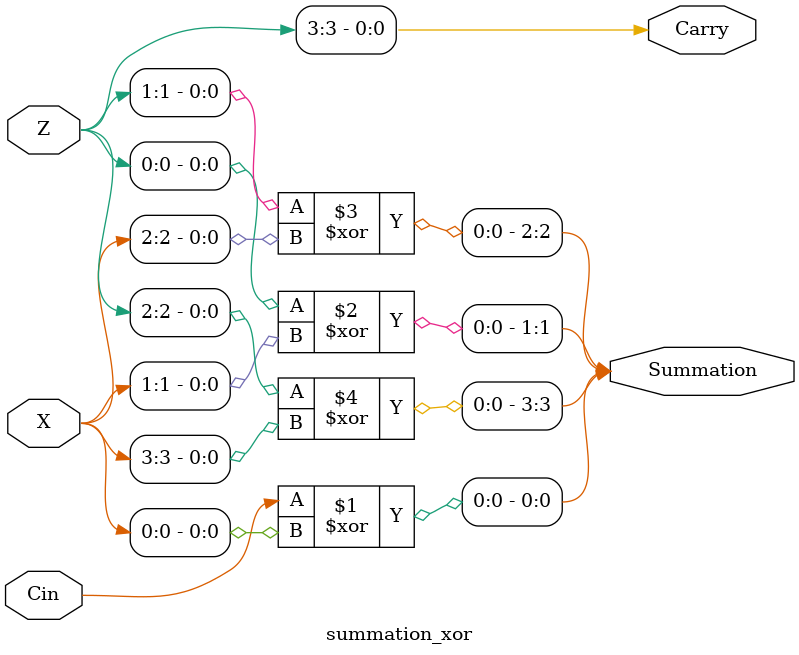
<source format=v>
`timescale 1ns / 1ps


module summation_xor(Cin, Z, X, Summation, Carry);

    input [3:0] Z, X;
    input Cin;
    output [3:0] Summation;
    output Carry;

    assign Summation[0] = Cin ^ X[0];
    assign Summation[1] = Z[0] ^ X[1];
    assign Summation[2] = Z[1] ^ X[2];
    assign Summation[3] = Z[2] ^ X[3];
        
    assign Carry = Z[3];    
endmodule

</source>
